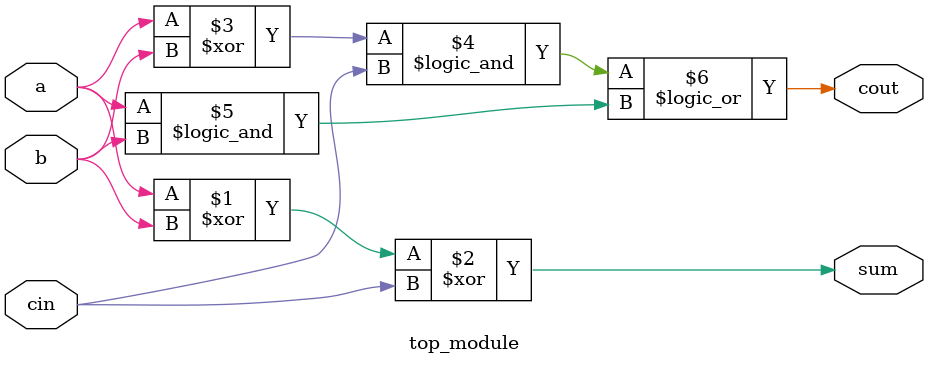
<source format=v>
module top_module( 
    input a, b, cin,
    output cout, sum );
    
    assign sum = a^b^cin;
    assign cout = (a^b && cin) || (a&&b);

endmodule

</source>
